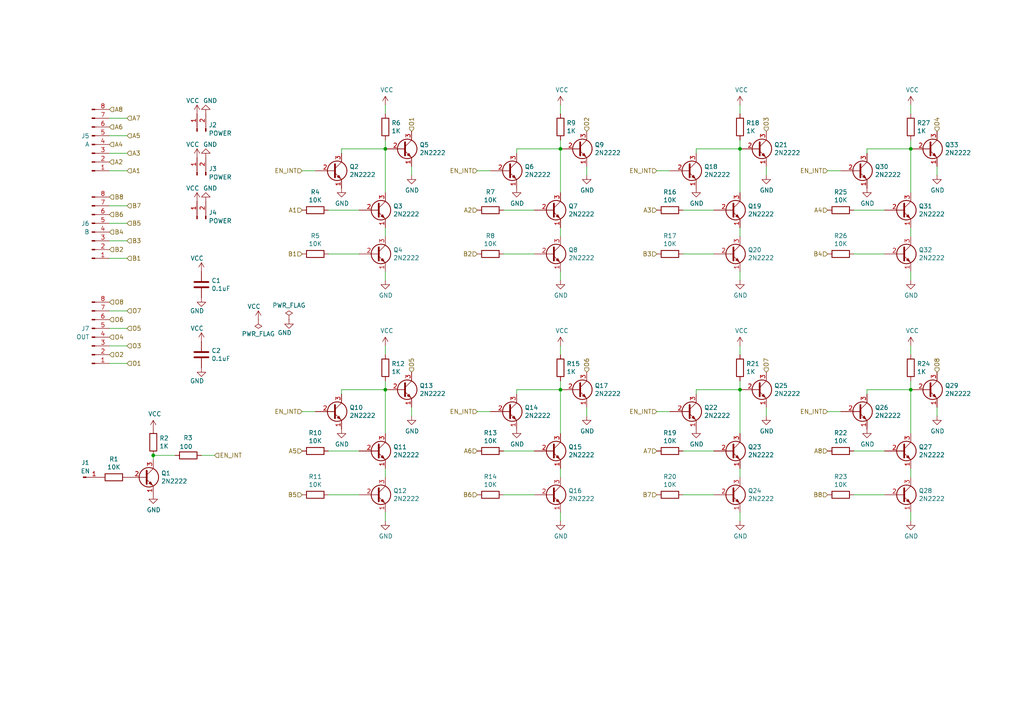
<source format=kicad_sch>
(kicad_sch (version 20230121) (generator eeschema)
  (paper "A4")
  (title_block (title "8-bit AND with Bus Output") (date "2023-08-27") (rev "1"))
  (lib_symbols
    (symbol "2n2222:2N2222" (pin_names (offset 0) hide)
      (property "Reference" "Q" (at 5.08 1.905 0))
      (property "Value" "2N2222" (at 5.08 0 0))
      (symbol "2N2222_0_1"
        (polyline (pts (xy 0.635 0.635) (xy 2.54 2.54)))
        (polyline (pts (xy 0.635 -0.635) (xy 2.54 -2.54) (xy 2.54 -2.54)))
        (polyline (pts (xy 0.635 1.905) (xy 0.635 -1.905) (xy 0.635 -1.905)) (stroke (width 0.508)))
        (polyline (pts (xy 1.27 -1.778) (xy 1.778 -1.27) (xy 2.286 -2.286) (xy 1.27 -1.778) (xy 1.27 -1.778)) (fill (type outline)))
        (circle (center 1.27 0) (radius 2.8194) (stroke (width 0.254)))
      )
      (symbol "2N2222_1_1"
        (pin passive line (at 2.54 -5.08 90) (length 2.54) (name "E") (number "1"))
        (pin passive line (at -5.08 0 0) (length 5.715) (name "B") (number "2"))
        (pin passive line (at 2.54 5.08 270) (length 2.54) (name "C") (number "3"))
      )
    )
    (symbol "Connector:Conn_01x01_Pin" (pin_names (offset 1.016) hide)
      (property "Reference" "J" (at 0 2.54 0))
      (property "Value" "Conn_01x01_Pin" (at 0 -2.54 0))
      (symbol "Conn_01x01_Pin_1_1"
        (polyline (pts (xy 1.27 0) (xy 0.8636 0)) (stroke (width 0.1524)))
        (rectangle (start 0.8636 0.127) (end 0 -0.127) (stroke (width 0.1524)) (fill (type outline)))
        (pin passive line (at 5.08 0 180) (length 3.81) (name "Pin_1") (number "1"))
      )
    )
    (symbol "Connector:Conn_01x02_Pin" (pin_names (offset 1.016) hide)
      (property "Reference" "J" (at 0 2.54 0))
      (property "Value" "Conn_01x02_Pin" (at 0 -5.08 0))
      (symbol "Conn_01x02_Pin_1_1"
        (polyline (pts (xy 1.27 -2.54) (xy 0.8636 -2.54)) (stroke (width 0.1524)))
        (polyline (pts (xy 1.27 0) (xy 0.8636 0)) (stroke (width 0.1524)))
        (rectangle (start 0.8636 -2.413) (end 0 -2.667) (stroke (width 0.1524)) (fill (type outline)))
        (rectangle (start 0.8636 0.127) (end 0 -0.127) (stroke (width 0.1524)) (fill (type outline)))
        (pin passive line (at 5.08 0 180) (length 3.81) (name "Pin_1") (number "1"))
        (pin passive line (at 5.08 -2.54 180) (length 3.81) (name "Pin_2") (number "2"))
      )
    )
    (symbol "Connector:Conn_01x08_Pin" (pin_names (offset 1.016) hide)
      (property "Reference" "J" (at 0 10.16 0))
      (property "Value" "Conn_01x08_Pin" (at 0 -12.7 0))
      (symbol "Conn_01x08_Pin_1_1"
        (polyline (pts (xy 1.27 -10.16) (xy 0.8636 -10.16)) (stroke (width 0.1524)))
        (polyline (pts (xy 1.27 -7.62) (xy 0.8636 -7.62)) (stroke (width 0.1524)))
        (polyline (pts (xy 1.27 -5.08) (xy 0.8636 -5.08)) (stroke (width 0.1524)))
        (polyline (pts (xy 1.27 -2.54) (xy 0.8636 -2.54)) (stroke (width 0.1524)))
        (polyline (pts (xy 1.27 0) (xy 0.8636 0)) (stroke (width 0.1524)))
        (polyline (pts (xy 1.27 2.54) (xy 0.8636 2.54)) (stroke (width 0.1524)))
        (polyline (pts (xy 1.27 5.08) (xy 0.8636 5.08)) (stroke (width 0.1524)))
        (polyline (pts (xy 1.27 7.62) (xy 0.8636 7.62)) (stroke (width 0.1524)))
        (rectangle (start 0.8636 -10.033) (end 0 -10.287) (stroke (width 0.1524)) (fill (type outline)))
        (rectangle (start 0.8636 -7.493) (end 0 -7.747) (stroke (width 0.1524)) (fill (type outline)))
        (rectangle (start 0.8636 -4.953) (end 0 -5.207) (stroke (width 0.1524)) (fill (type outline)))
        (rectangle (start 0.8636 -2.413) (end 0 -2.667) (stroke (width 0.1524)) (fill (type outline)))
        (rectangle (start 0.8636 0.127) (end 0 -0.127) (stroke (width 0.1524)) (fill (type outline)))
        (rectangle (start 0.8636 2.667) (end 0 2.413) (stroke (width 0.1524)) (fill (type outline)))
        (rectangle (start 0.8636 5.207) (end 0 4.953) (stroke (width 0.1524)) (fill (type outline)))
        (rectangle (start 0.8636 7.747) (end 0 7.493) (stroke (width 0.1524)) (fill (type outline)))
        (pin passive line (at 5.08 7.62 180) (length 3.81) (name "Pin_1") (number "1"))
        (pin passive line (at 5.08 5.08 180) (length 3.81) (name "Pin_2") (number "2"))
        (pin passive line (at 5.08 2.54 180) (length 3.81) (name "Pin_3") (number "3"))
        (pin passive line (at 5.08 0 180) (length 3.81) (name "Pin_4") (number "4"))
        (pin passive line (at 5.08 -2.54 180) (length 3.81) (name "Pin_5") (number "5"))
        (pin passive line (at 5.08 -5.08 180) (length 3.81) (name "Pin_6") (number "6"))
        (pin passive line (at 5.08 -7.62 180) (length 3.81) (name "Pin_7") (number "7"))
        (pin passive line (at 5.08 -10.16 180) (length 3.81) (name "Pin_8") (number "8"))
      )
    )
    (symbol "Device:C" (pin_numbers hide) (pin_names (offset 0.254))
      (property "Reference" "C" (at 0.635 2.54 0))
      (property "Value" "C" (at 0.635 -2.54 0))
      (symbol "C_0_1"
        (polyline (pts (xy -2.032 -0.762) (xy 2.032 -0.762)) (stroke (width 0.508)))
        (polyline (pts (xy -2.032 0.762) (xy 2.032 0.762)) (stroke (width 0.508)))
      )
      (symbol "C_1_1"
        (pin passive line (at 0 3.81 270) (length 2.794) (name "~") (number "1"))
        (pin passive line (at 0 -3.81 90) (length 2.794) (name "~") (number "2"))
      )
    )
    (symbol "Device:R" (pin_numbers hide) (pin_names (offset 0))
      (property "Reference" "R" (at 2.032 0 90))
      (property "Value" "R" (at 0 0 90))
      (symbol "R_0_1"
        (rectangle (start -1.016 -2.54) (end 1.016 2.54) (stroke (width 0.254)))
      )
      (symbol "R_1_1"
        (pin passive line (at 0 3.81 270) (length 1.27) (name "~") (number "1"))
        (pin passive line (at 0 -3.81 90) (length 1.27) (name "~") (number "2"))
      )
    )
    (symbol "power:GND" (power) (pin_names (offset 0))
      (property "Value" "GND" (at 0 -3.81 0))
      (symbol "GND_0_1"
        (polyline (pts (xy 0 0) (xy 0 -1.27) (xy 1.27 -1.27) (xy 0 -2.54) (xy -1.27 -1.27) (xy 0 -1.27)))
      )
      (symbol "GND_1_1"
        (pin power_in line (at 0 0 270) (length 0) hide (name "GND") (number "1"))
      )
    )
    (symbol "power:PWR_FLAG" (power) (pin_numbers hide) (pin_names (offset 0) hide)
      (property "Value" "PWR_FLAG" (at 0 3.81 0))
      (symbol "PWR_FLAG_0_0"
        (pin power_out line (at 0 0 90) (length 0) (name "pwr") (number "1"))
      )
      (symbol "PWR_FLAG_0_1"
        (polyline (pts (xy 0 0) (xy 0 1.27) (xy -1.016 1.905) (xy 0 2.54) (xy 1.016 1.905) (xy 0 1.27)))
      )
    )
    (symbol "power:VCC" (power) (pin_names (offset 0))
      (property "Value" "VCC" (at 0 3.81 0))
      (symbol "VCC_0_1"
        (polyline (pts (xy -0.762 1.27) (xy 0 2.54)))
        (polyline (pts (xy 0 0) (xy 0 2.54)))
        (polyline (pts (xy 0 2.54) (xy 0.762 1.27)))
      )
      (symbol "VCC_1_1"
        (pin power_in line (at 0 0 90) (length 0) hide (name "VCC") (number "1"))
      )
    )
  )
  (junction (at 214.63 43.18))
  (junction (at 264.16 113.03))
  (junction (at 162.56 113.03))
  (junction (at 111.76 43.18))
  (junction (at 44.45 132.08))
  (junction (at 214.63 113.03))
  (junction (at 162.56 43.18))
  (junction (at 111.76 113.03))
  (junction (at 264.16 43.18))
  (wire (pts (xy 190.5 119.38) (xy 194.31 119.38)))
  (wire (pts (xy 271.78 118.11) (xy 271.78 120.65)))
  (wire (pts (xy 271.78 48.26) (xy 271.78 50.8)))
  (wire (pts (xy 264.16 40.64) (xy 264.16 43.18)))
  (wire (pts (xy 99.06 43.18) (xy 99.06 44.45)))
  (wire (pts (xy 31.75 49.53) (xy 36.83 49.53)))
  (wire (pts (xy 162.56 30.48) (xy 162.56 33.02)))
  (wire (pts (xy 264.16 148.59) (xy 264.16 151.13)))
  (wire (pts (xy 119.38 118.11) (xy 119.38 120.65)))
  (wire (pts (xy 198.12 143.51) (xy 207.01 143.51)))
  (wire (pts (xy 58.42 132.08) (xy 62.23 132.08)))
  (wire (pts (xy 111.76 100.33) (xy 111.76 102.87)))
  (wire (pts (xy 264.16 30.48) (xy 264.16 33.02)))
  (wire (pts (xy 162.56 78.74) (xy 162.56 81.28)))
  (wire (pts (xy 264.16 66.04) (xy 264.16 68.58)))
  (wire (pts (xy 31.75 34.29) (xy 36.83 34.29)))
  (wire (pts (xy 111.76 113.03) (xy 99.06 113.03)))
  (wire (pts (xy 95.25 143.51) (xy 104.14 143.51)))
  (wire (pts (xy 44.45 133.35) (xy 44.45 132.08)))
  (wire (pts (xy 162.56 43.18) (xy 162.56 55.88)))
  (wire (pts (xy 264.16 113.03) (xy 251.46 113.03)))
  (wire (pts (xy 222.25 48.26) (xy 222.25 50.8)))
  (wire (pts (xy 138.43 49.53) (xy 142.24 49.53)))
  (wire (pts (xy 111.76 135.89) (xy 111.76 138.43)))
  (wire (pts (xy 264.16 135.89) (xy 264.16 138.43)))
  (wire (pts (xy 214.63 66.04) (xy 214.63 68.58)))
  (wire (pts (xy 162.56 113.03) (xy 162.56 125.73)))
  (wire (pts (xy 214.63 110.49) (xy 214.63 113.03)))
  (wire (pts (xy 31.75 64.77) (xy 36.83 64.77)))
  (wire (pts (xy 198.12 73.66) (xy 207.01 73.66)))
  (wire (pts (xy 162.56 40.64) (xy 162.56 43.18)))
  (wire (pts (xy 31.75 90.17) (xy 36.83 90.17)))
  (wire (pts (xy 31.75 44.45) (xy 36.83 44.45)))
  (wire (pts (xy 111.76 110.49) (xy 111.76 113.03)))
  (wire (pts (xy 214.63 78.74) (xy 214.63 81.28)))
  (wire (pts (xy 149.86 43.18) (xy 149.86 44.45)))
  (wire (pts (xy 111.76 43.18) (xy 99.06 43.18)))
  (wire (pts (xy 31.75 69.85) (xy 36.83 69.85)))
  (wire (pts (xy 111.76 30.48) (xy 111.76 33.02)))
  (wire (pts (xy 31.75 39.37) (xy 36.83 39.37)))
  (wire (pts (xy 214.63 100.33) (xy 214.63 102.87)))
  (wire (pts (xy 170.18 48.26) (xy 170.18 50.8)))
  (wire (pts (xy 119.38 48.26) (xy 119.38 50.8)))
  (wire (pts (xy 162.56 135.89) (xy 162.56 138.43)))
  (wire (pts (xy 162.56 113.03) (xy 149.86 113.03)))
  (wire (pts (xy 214.63 30.48) (xy 214.63 33.02)))
  (wire (pts (xy 264.16 110.49) (xy 264.16 113.03)))
  (wire (pts (xy 31.75 100.33) (xy 36.83 100.33)))
  (wire (pts (xy 146.05 73.66) (xy 154.94 73.66)))
  (wire (pts (xy 198.12 130.81) (xy 207.01 130.81)))
  (wire (pts (xy 146.05 130.81) (xy 154.94 130.81)))
  (wire (pts (xy 214.63 148.59) (xy 214.63 151.13)))
  (wire (pts (xy 214.63 135.89) (xy 214.63 138.43)))
  (wire (pts (xy 264.16 78.74) (xy 264.16 81.28)))
  (wire (pts (xy 214.63 113.03) (xy 201.93 113.03)))
  (wire (pts (xy 247.65 60.96) (xy 256.54 60.96)))
  (wire (pts (xy 162.56 43.18) (xy 149.86 43.18)))
  (wire (pts (xy 111.76 40.64) (xy 111.76 43.18)))
  (wire (pts (xy 264.16 100.33) (xy 264.16 102.87)))
  (wire (pts (xy 111.76 78.74) (xy 111.76 81.28)))
  (wire (pts (xy 111.76 148.59) (xy 111.76 151.13)))
  (wire (pts (xy 146.05 143.51) (xy 154.94 143.51)))
  (wire (pts (xy 214.63 43.18) (xy 214.63 55.88)))
  (wire (pts (xy 95.25 73.66) (xy 104.14 73.66)))
  (wire (pts (xy 247.65 130.81) (xy 256.54 130.81)))
  (wire (pts (xy 264.16 43.18) (xy 264.16 55.88)))
  (wire (pts (xy 138.43 119.38) (xy 142.24 119.38)))
  (wire (pts (xy 214.63 43.18) (xy 201.93 43.18)))
  (wire (pts (xy 251.46 113.03) (xy 251.46 114.3)))
  (wire (pts (xy 162.56 66.04) (xy 162.56 68.58)))
  (wire (pts (xy 201.93 113.03) (xy 201.93 114.3)))
  (wire (pts (xy 111.76 113.03) (xy 111.76 125.73)))
  (wire (pts (xy 162.56 100.33) (xy 162.56 102.87)))
  (wire (pts (xy 44.45 132.08) (xy 50.8 132.08)))
  (wire (pts (xy 264.16 43.18) (xy 251.46 43.18)))
  (wire (pts (xy 240.03 119.38) (xy 243.84 119.38)))
  (wire (pts (xy 240.03 49.53) (xy 243.84 49.53)))
  (wire (pts (xy 111.76 66.04) (xy 111.76 68.58)))
  (wire (pts (xy 214.63 113.03) (xy 214.63 125.73)))
  (wire (pts (xy 31.75 59.69) (xy 36.83 59.69)))
  (wire (pts (xy 87.63 49.53) (xy 91.44 49.53)))
  (wire (pts (xy 111.76 43.18) (xy 111.76 55.88)))
  (wire (pts (xy 190.5 49.53) (xy 194.31 49.53)))
  (wire (pts (xy 31.75 74.93) (xy 36.83 74.93)))
  (wire (pts (xy 31.75 105.41) (xy 36.83 105.41)))
  (wire (pts (xy 95.25 130.81) (xy 104.14 130.81)))
  (wire (pts (xy 214.63 40.64) (xy 214.63 43.18)))
  (wire (pts (xy 95.25 60.96) (xy 104.14 60.96)))
  (wire (pts (xy 149.86 113.03) (xy 149.86 114.3)))
  (wire (pts (xy 222.25 118.11) (xy 222.25 120.65)))
  (wire (pts (xy 99.06 113.03) (xy 99.06 114.3)))
  (wire (pts (xy 251.46 43.18) (xy 251.46 44.45)))
  (wire (pts (xy 247.65 73.66) (xy 256.54 73.66)))
  (wire (pts (xy 87.63 119.38) (xy 91.44 119.38)))
  (wire (pts (xy 162.56 110.49) (xy 162.56 113.03)))
  (wire (pts (xy 247.65 143.51) (xy 256.54 143.51)))
  (wire (pts (xy 170.18 118.11) (xy 170.18 120.65)))
  (wire (pts (xy 31.75 95.25) (xy 36.83 95.25)))
  (wire (pts (xy 198.12 60.96) (xy 207.01 60.96)))
  (wire (pts (xy 264.16 113.03) (xy 264.16 125.73)))
  (wire (pts (xy 201.93 43.18) (xy 201.93 44.45)))
  (wire (pts (xy 162.56 148.59) (xy 162.56 151.13)))
  (wire (pts (xy 146.05 60.96) (xy 154.94 60.96)))
  (hierarchical_label "B5" (shape input) (at 36.83 64.77 0))
  (hierarchical_label "B4" (shape input) (at 240.03 73.66 180))
  (hierarchical_label "B5" (shape input) (at 87.63 143.51 180))
  (hierarchical_label "O4" (shape input) (at 271.78 38.1 90))
  (hierarchical_label "B1" (shape input) (at 87.63 73.66 180))
  (hierarchical_label "O1" (shape input) (at 119.38 38.1 90))
  (hierarchical_label "B2" (shape input) (at 138.43 73.66 180))
  (hierarchical_label "O7" (shape input) (at 222.25 107.95 90))
  (hierarchical_label "A7" (shape input) (at 36.83 34.29 0))
  (hierarchical_label "A7" (shape input) (at 190.5 130.81 180))
  (hierarchical_label "B8" (shape input) (at 31.75 57.15 0))
  (hierarchical_label "O4" (shape input) (at 31.75 97.79 0))
  (hierarchical_label "O5" (shape input) (at 36.83 95.25 0))
  (hierarchical_label "A2" (shape input) (at 31.75 46.99 0))
  (hierarchical_label "EN_INT" (shape input) (at 240.03 49.53 180))
  (hierarchical_label "A1" (shape input) (at 87.63 60.96 180))
  (hierarchical_label "EN_INT" (shape input) (at 240.03 119.38 180))
  (hierarchical_label "O2" (shape input) (at 31.75 102.87 0))
  (hierarchical_label "EN_INT" (shape input) (at 138.43 49.53 180))
  (hierarchical_label "O5" (shape input) (at 119.38 107.95 90))
  (hierarchical_label "O7" (shape input) (at 36.83 90.17 0))
  (hierarchical_label "EN_INT" (shape input) (at 87.63 49.53 180))
  (hierarchical_label "B6" (shape input) (at 31.75 62.23 0))
  (hierarchical_label "A8" (shape input) (at 31.75 31.75 0))
  (hierarchical_label "A6" (shape input) (at 31.75 36.83 0))
  (hierarchical_label "A3" (shape input) (at 36.83 44.45 0))
  (hierarchical_label "A3" (shape input) (at 190.5 60.96 180))
  (hierarchical_label "B4" (shape input) (at 31.75 67.31 0))
  (hierarchical_label "A5" (shape input) (at 87.63 130.81 180))
  (hierarchical_label "B7" (shape input) (at 190.5 143.51 180))
  (hierarchical_label "A1" (shape input) (at 36.83 49.53 0))
  (hierarchical_label "B3" (shape input) (at 36.83 69.85 0))
  (hierarchical_label "O8" (shape input) (at 31.75 87.63 0))
  (hierarchical_label "O8" (shape input) (at 271.78 107.95 90))
  (hierarchical_label "EN_INT" (shape input) (at 87.63 119.38 180))
  (hierarchical_label "O6" (shape input) (at 170.18 107.95 90))
  (hierarchical_label "EN_INT" (shape input) (at 62.23 132.08 0))
  (hierarchical_label "B2" (shape input) (at 31.75 72.39 0))
  (hierarchical_label "B3" (shape input) (at 190.5 73.66 180))
  (hierarchical_label "EN_INT" (shape input) (at 190.5 119.38 180))
  (hierarchical_label "A4" (shape input) (at 31.75 41.91 0))
  (hierarchical_label "B7" (shape input) (at 36.83 59.69 0))
  (hierarchical_label "B6" (shape input) (at 138.43 143.51 180))
  (hierarchical_label "EN_INT" (shape input) (at 190.5 49.53 180))
  (hierarchical_label "A2" (shape input) (at 138.43 60.96 180))
  (hierarchical_label "O2" (shape input) (at 170.18 38.1 90))
  (hierarchical_label "A5" (shape input) (at 36.83 39.37 0))
  (hierarchical_label "B1" (shape input) (at 36.83 74.93 0))
  (hierarchical_label "A8" (shape input) (at 240.03 130.81 180))
  (hierarchical_label "O3" (shape input) (at 36.83 100.33 0))
  (hierarchical_label "O3" (shape input) (at 222.25 38.1 90))
  (hierarchical_label "A4" (shape input) (at 240.03 60.96 180))
  (hierarchical_label "B8" (shape input) (at 240.03 143.51 180))
  (hierarchical_label "A6" (shape input) (at 138.43 130.81 180))
  (hierarchical_label "EN_INT" (shape input) (at 138.43 119.38 180))
  (hierarchical_label "O1" (shape input) (at 36.83 105.41 0))
  (hierarchical_label "O6" (shape input) (at 31.75 92.71 0))
  (symbol (lib_id "2n2222:2N2222") (at 199.39 49.53 0) (unit 1)
    (property "Reference" "Q18" (at 204.216 48.3616 0) (effects (justify left)))
    (property "Value" "2N2222" (at 204.216 50.673 0) (effects (justify left)))
    (property "Footprint" "Package_TO_SOT_THT:TO-92_Inline" (effects hide))
    (property "Datasheet" "https://www.fairchildsemi.com/datasheets/2N/2N3904.pdf" (effects hide))
  )
  (symbol (lib_id "Device:R") (at 142.24 60.96 270) (unit 1)
    (property "Reference" "R7" (at 142.24 55.7022 90))
    (property "Value" "10K" (at 142.24 58.0136 90))
    (property "Footprint" "Resistor_THT:R_Axial_DIN0309_L9.0mm_D3.2mm_P12.70mm_Horizontal" (effects hide))
  )
  (symbol (lib_id "power:VCC") (at 58.42 99.06 0) (unit 1)
    (property "Reference" "#PWR043" (effects hide))
    (property "Value" "VCC" (at 57.15 95.25 0))
  )
  (symbol (lib_id "power:VCC") (at 57.15 33.02 0) (unit 1)
    (property "Reference" "#PWR03" (effects hide))
    (property "Value" "VCC" (at 55.88 29.21 0))
  )
  (symbol (lib_id "Device:R") (at 91.44 60.96 270) (unit 1)
    (property "Reference" "R4" (at 91.44 55.7022 90))
    (property "Value" "10K" (at 91.44 58.0136 90))
    (property "Footprint" "Resistor_THT:R_Axial_DIN0309_L9.0mm_D3.2mm_P12.70mm_Horizontal" (effects hide))
  )
  (symbol (lib_id "power:VCC") (at 214.63 30.48 0) (unit 1)
    (property "Reference" "#PWR028" (effects hide))
    (property "Value" "VCC" (at 215.0618 26.0858 0))
  )
  (symbol (lib_id "Device:R") (at 194.31 130.81 270) (unit 1)
    (property "Reference" "R19" (at 194.31 125.5522 90))
    (property "Value" "10K" (at 194.31 127.8636 90))
    (property "Footprint" "Resistor_THT:R_Axial_DIN0309_L9.0mm_D3.2mm_P12.70mm_Horizontal" (effects hide))
  )
  (symbol (lib_id "Device:R") (at 162.56 36.83 180) (unit 1)
    (property "Reference" "R9" (at 164.338 35.6616 0) (effects (justify right)))
    (property "Value" "1K" (at 164.338 37.973 0) (effects (justify right)))
    (property "Footprint" "Resistor_THT:R_Axial_DIN0309_L9.0mm_D3.2mm_P12.70mm_Horizontal" (effects hide))
  )
  (symbol (lib_id "2n2222:2N2222") (at 109.22 73.66 0) (unit 1)
    (property "Reference" "Q4" (at 114.046 72.4916 0) (effects (justify left)))
    (property "Value" "2N2222" (at 114.046 74.803 0) (effects (justify left)))
    (property "Footprint" "Package_TO_SOT_THT:TO-92_Inline" (effects hide))
    (property "Datasheet" "https://www.fairchildsemi.com/datasheets/2N/2N3904.pdf" (effects hide))
  )
  (symbol (lib_id "power:GND") (at 201.93 54.61 0) (unit 1)
    (property "Reference" "#PWR027" (effects hide))
    (property "Value" "GND" (at 202.057 59.0042 0))
  )
  (symbol (lib_id "2n2222:2N2222") (at 212.09 60.96 0) (unit 1)
    (property "Reference" "Q19" (at 216.916 59.7916 0) (effects (justify left)))
    (property "Value" "2N2222" (at 216.916 62.103 0) (effects (justify left)))
    (property "Footprint" "Package_TO_SOT_THT:TO-92_Inline" (effects hide))
    (property "Datasheet" "https://www.fairchildsemi.com/datasheets/2N/2N3904.pdf" (effects hide))
  )
  (symbol (lib_id "2n2222:2N2222") (at 109.22 130.81 0) (unit 1)
    (property "Reference" "Q11" (at 114.046 129.6416 0) (effects (justify left)))
    (property "Value" "2N2222" (at 114.046 131.953 0) (effects (justify left)))
    (property "Footprint" "Package_TO_SOT_THT:TO-92_Inline" (effects hide))
    (property "Datasheet" "https://www.fairchildsemi.com/datasheets/2N/2N3904.pdf" (effects hide))
  )
  (symbol (lib_id "Device:R") (at 264.16 106.68 180) (unit 1)
    (property "Reference" "R24" (at 265.938 105.5116 0) (effects (justify right)))
    (property "Value" "1K" (at 265.938 107.823 0) (effects (justify right)))
    (property "Footprint" "Resistor_THT:R_Axial_DIN0309_L9.0mm_D3.2mm_P12.70mm_Horizontal" (effects hide))
  )
  (symbol (lib_id "power:GND") (at 170.18 50.8 0) (unit 1)
    (property "Reference" "#PWR018" (effects hide))
    (property "Value" "GND" (at 170.307 55.1942 0))
  )
  (symbol (lib_id "2n2222:2N2222") (at 160.02 60.96 0) (unit 1)
    (property "Reference" "Q7" (at 164.846 59.7916 0) (effects (justify left)))
    (property "Value" "2N2222" (at 164.846 62.103 0) (effects (justify left)))
    (property "Footprint" "Package_TO_SOT_THT:TO-92_Inline" (effects hide))
    (property "Datasheet" "https://www.fairchildsemi.com/datasheets/2N/2N3904.pdf" (effects hide))
  )
  (symbol (lib_id "Device:R") (at 142.24 73.66 270) (unit 1)
    (property "Reference" "R8" (at 142.24 68.4022 90))
    (property "Value" "10K" (at 142.24 70.7136 90))
    (property "Footprint" "Resistor_THT:R_Axial_DIN0309_L9.0mm_D3.2mm_P12.70mm_Horizontal" (effects hide))
  )
  (symbol (lib_id "Connector:Conn_01x08_Pin") (at 26.67 67.31 0) (mirror x) (unit 1)
    (property "Reference" "J6" (at 25.9588 64.8279 0) (effects (justify right)))
    (property "Value" "B" (at 25.9588 67.2521 0) (effects (justify right)))
    (property "Footprint" "Connector_PinHeader_2.54mm:PinHeader_1x08_P2.54mm_Vertical" (effects hide))
  )
  (symbol (lib_id "power:GND") (at 162.56 151.13 0) (unit 1)
    (property "Reference" "#PWR025" (effects hide))
    (property "Value" "GND" (at 162.687 155.5242 0))
  )
  (symbol (lib_id "power:GND") (at 271.78 120.65 0) (unit 1)
    (property "Reference" "#PWR038" (effects hide))
    (property "Value" "GND" (at 271.907 125.0442 0))
  )
  (symbol (lib_id "2n2222:2N2222") (at 199.39 119.38 0) (unit 1)
    (property "Reference" "Q22" (at 204.216 118.2116 0) (effects (justify left)))
    (property "Value" "2N2222" (at 204.216 120.523 0) (effects (justify left)))
    (property "Footprint" "Package_TO_SOT_THT:TO-92_Inline" (effects hide))
    (property "Datasheet" "https://www.fairchildsemi.com/datasheets/2N/2N3904.pdf" (effects hide))
  )
  (symbol (lib_id "2n2222:2N2222") (at 147.32 119.38 0) (unit 1)
    (property "Reference" "Q14" (at 152.146 118.2116 0) (effects (justify left)))
    (property "Value" "2N2222" (at 152.146 120.523 0) (effects (justify left)))
    (property "Footprint" "Package_TO_SOT_THT:TO-92_Inline" (effects hide))
    (property "Datasheet" "https://www.fairchildsemi.com/datasheets/2N/2N3904.pdf" (effects hide))
  )
  (symbol (lib_id "2n2222:2N2222") (at 96.52 119.38 0) (unit 1)
    (property "Reference" "Q10" (at 101.346 118.2116 0) (effects (justify left)))
    (property "Value" "2N2222" (at 101.346 120.523 0) (effects (justify left)))
    (property "Footprint" "Package_TO_SOT_THT:TO-92_Inline" (effects hide))
    (property "Datasheet" "https://www.fairchildsemi.com/datasheets/2N/2N3904.pdf" (effects hide))
  )
  (symbol (lib_id "power:VCC") (at 111.76 30.48 0) (unit 1)
    (property "Reference" "#PWR012" (effects hide))
    (property "Value" "VCC" (at 112.1918 26.0858 0))
  )
  (symbol (lib_id "power:VCC") (at 162.56 100.33 0) (unit 1)
    (property "Reference" "#PWR024" (effects hide))
    (property "Value" "VCC" (at 162.9918 95.9358 0))
  )
  (symbol (lib_id "Device:C") (at 58.42 82.55 0) (unit 1)
    (property "Reference" "C1" (at 61.341 81.3816 0) (effects (justify left)))
    (property "Value" "0.1uF" (at 61.341 83.693 0) (effects (justify left)))
    (property "Footprint" "Capacitor_THT:C_Disc_D4.3mm_W1.9mm_P5.00mm" (effects hide))
  )
  (symbol (lib_id "Device:R") (at 264.16 36.83 180) (unit 1)
    (property "Reference" "R27" (at 265.938 35.6616 0) (effects (justify right)))
    (property "Value" "1K" (at 265.938 37.973 0) (effects (justify right)))
    (property "Footprint" "Resistor_THT:R_Axial_DIN0309_L9.0mm_D3.2mm_P12.70mm_Horizontal" (effects hide))
  )
  (symbol (lib_id "Connector:Conn_01x02_Pin") (at 57.15 63.5 90) (unit 1)
    (property "Reference" "J4" (at 60.5282 61.6529 90) (effects (justify right)))
    (property "Value" "POWER" (at 60.5282 64.0771 90) (effects (justify right)))
    (property "Footprint" "Connector_PinHeader_2.54mm:PinHeader_1x02_P2.54mm_Vertical" (effects hide))
  )
  (symbol (lib_id "Device:R") (at 91.44 73.66 270) (unit 1)
    (property "Reference" "R5" (at 91.44 68.4022 90))
    (property "Value" "10K" (at 91.44 70.7136 90))
    (property "Footprint" "Resistor_THT:R_Axial_DIN0309_L9.0mm_D3.2mm_P12.70mm_Horizontal" (effects hide))
  )
  (symbol (lib_id "power:GND") (at 119.38 50.8 0) (unit 1)
    (property "Reference" "#PWR014" (effects hide))
    (property "Value" "GND" (at 119.507 55.1942 0))
  )
  (symbol (lib_id "power:GND") (at 214.63 151.13 0) (unit 1)
    (property "Reference" "#PWR033" (effects hide))
    (property "Value" "GND" (at 214.757 155.5242 0))
  )
  (symbol (lib_id "power:GND") (at 149.86 124.46 0) (unit 1)
    (property "Reference" "#PWR023" (effects hide))
    (property "Value" "GND" (at 149.987 128.8542 0))
  )
  (symbol (lib_id "Device:R") (at 54.61 132.08 270) (unit 1)
    (property "Reference" "R3" (at 55.88 127 90) (effects (justify right)))
    (property "Value" "100" (at 55.88 129.54 90) (effects (justify right)))
    (property "Footprint" "Resistor_THT:R_Axial_DIN0309_L9.0mm_D3.2mm_P12.70mm_Horizontal" (effects hide))
  )
  (symbol (lib_id "power:VCC") (at 44.45 124.46 0) (unit 1)
    (property "Reference" "#PWR01" (effects hide))
    (property "Value" "VCC" (at 44.8818 120.0658 0))
  )
  (symbol (lib_id "2n2222:2N2222") (at 160.02 130.81 0) (unit 1)
    (property "Reference" "Q15" (at 164.846 129.6416 0) (effects (justify left)))
    (property "Value" "2N2222" (at 164.846 131.953 0) (effects (justify left)))
    (property "Footprint" "Package_TO_SOT_THT:TO-92_Inline" (effects hide))
    (property "Datasheet" "https://www.fairchildsemi.com/datasheets/2N/2N3904.pdf" (effects hide))
  )
  (symbol (lib_id "2n2222:2N2222") (at 160.02 143.51 0) (unit 1)
    (property "Reference" "Q16" (at 164.846 142.3416 0) (effects (justify left)))
    (property "Value" "2N2222" (at 164.846 144.653 0) (effects (justify left)))
    (property "Footprint" "Package_TO_SOT_THT:TO-92_Inline" (effects hide))
    (property "Datasheet" "https://www.fairchildsemi.com/datasheets/2N/2N3904.pdf" (effects hide))
  )
  (symbol (lib_id "Device:R") (at 162.56 106.68 180) (unit 1)
    (property "Reference" "R15" (at 164.338 105.5116 0) (effects (justify right)))
    (property "Value" "1K" (at 164.338 107.823 0) (effects (justify right)))
    (property "Footprint" "Resistor_THT:R_Axial_DIN0309_L9.0mm_D3.2mm_P12.70mm_Horizontal" (effects hide))
  )
  (symbol (lib_id "2n2222:2N2222") (at 269.24 113.03 0) (unit 1)
    (property "Reference" "Q29" (at 274.066 111.8616 0) (effects (justify left)))
    (property "Value" "2N2222" (at 274.066 114.173 0) (effects (justify left)))
    (property "Footprint" "Package_TO_SOT_THT:TO-92_Inline" (effects hide))
    (property "Datasheet" "https://www.fairchildsemi.com/datasheets/2N/2N3904.pdf" (effects hide))
  )
  (symbol (lib_id "2n2222:2N2222") (at 261.62 73.66 0) (unit 1)
    (property "Reference" "Q32" (at 266.446 72.4916 0) (effects (justify left)))
    (property "Value" "2N2222" (at 266.446 74.803 0) (effects (justify left)))
    (property "Footprint" "Package_TO_SOT_THT:TO-92_Inline" (effects hide))
    (property "Datasheet" "https://www.fairchildsemi.com/datasheets/2N/2N3904.pdf" (effects hide))
  )
  (symbol (lib_id "Device:R") (at 142.24 143.51 270) (unit 1)
    (property "Reference" "R14" (at 142.24 138.2522 90))
    (property "Value" "10K" (at 142.24 140.5636 90))
    (property "Footprint" "Resistor_THT:R_Axial_DIN0309_L9.0mm_D3.2mm_P12.70mm_Horizontal" (effects hide))
  )
  (symbol (lib_id "power:VCC") (at 264.16 30.48 0) (unit 1)
    (property "Reference" "#PWR040" (effects hide))
    (property "Value" "VCC" (at 264.5918 26.0858 0))
  )
  (symbol (lib_id "power:GND") (at 271.78 50.8 0) (unit 1)
    (property "Reference" "#PWR042" (effects hide))
    (property "Value" "GND" (at 271.907 55.1942 0))
  )
  (symbol (lib_id "Device:R") (at 111.76 36.83 180) (unit 1)
    (property "Reference" "R6" (at 113.538 35.6616 0) (effects (justify right)))
    (property "Value" "1K" (at 113.538 37.973 0) (effects (justify right)))
    (property "Footprint" "Resistor_THT:R_Axial_DIN0309_L9.0mm_D3.2mm_P12.70mm_Horizontal" (effects hide))
  )
  (symbol (lib_id "power:VCC") (at 214.63 100.33 0) (unit 1)
    (property "Reference" "#PWR032" (effects hide))
    (property "Value" "VCC" (at 215.0618 95.9358 0))
  )
  (symbol (lib_id "Device:R") (at 91.44 130.81 270) (unit 1)
    (property "Reference" "R10" (at 91.44 125.5522 90))
    (property "Value" "10K" (at 91.44 127.8636 90))
    (property "Footprint" "Resistor_THT:R_Axial_DIN0309_L9.0mm_D3.2mm_P12.70mm_Horizontal" (effects hide))
  )
  (symbol (lib_id "2n2222:2N2222") (at 167.64 113.03 0) (unit 1)
    (property "Reference" "Q17" (at 172.466 111.8616 0) (effects (justify left)))
    (property "Value" "2N2222" (at 172.466 114.173 0) (effects (justify left)))
    (property "Footprint" "Package_TO_SOT_THT:TO-92_Inline" (effects hide))
    (property "Datasheet" "https://www.fairchildsemi.com/datasheets/2N/2N3904.pdf" (effects hide))
  )
  (symbol (lib_id "power:GND") (at 111.76 151.13 0) (unit 1)
    (property "Reference" "#PWR021" (effects hide))
    (property "Value" "GND" (at 111.887 155.5242 0))
  )
  (symbol (lib_id "power:GND") (at 119.38 120.65 0) (unit 1)
    (property "Reference" "#PWR022" (effects hide))
    (property "Value" "GND" (at 119.507 125.0442 0))
  )
  (symbol (lib_id "2n2222:2N2222") (at 116.84 43.18 0) (unit 1)
    (property "Reference" "Q5" (at 121.666 42.0116 0) (effects (justify left)))
    (property "Value" "2N2222" (at 121.666 44.323 0) (effects (justify left)))
    (property "Footprint" "Package_TO_SOT_THT:TO-92_Inline" (effects hide))
    (property "Datasheet" "https://www.fairchildsemi.com/datasheets/2N/2N3904.pdf" (effects hide))
  )
  (symbol (lib_id "2n2222:2N2222") (at 248.92 49.53 0) (unit 1)
    (property "Reference" "Q30" (at 253.746 48.3616 0) (effects (justify left)))
    (property "Value" "2N2222" (at 253.746 50.673 0) (effects (justify left)))
    (property "Footprint" "Package_TO_SOT_THT:TO-92_Inline" (effects hide))
    (property "Datasheet" "https://www.fairchildsemi.com/datasheets/2N/2N3904.pdf" (effects hide))
  )
  (symbol (lib_id "power:GND") (at 251.46 124.46 0) (unit 1)
    (property "Reference" "#PWR035" (effects hide))
    (property "Value" "GND" (at 251.587 128.8542 0))
  )
  (symbol (lib_id "2n2222:2N2222") (at 147.32 49.53 0) (unit 1)
    (property "Reference" "Q6" (at 152.146 48.3616 0) (effects (justify left)))
    (property "Value" "2N2222" (at 152.146 50.673 0) (effects (justify left)))
    (property "Footprint" "Package_TO_SOT_THT:TO-92_Inline" (effects hide))
    (property "Datasheet" "https://www.fairchildsemi.com/datasheets/2N/2N3904.pdf" (effects hide))
  )
  (symbol (lib_id "2n2222:2N2222") (at 212.09 143.51 0) (unit 1)
    (property "Reference" "Q24" (at 216.916 142.3416 0) (effects (justify left)))
    (property "Value" "2N2222" (at 216.916 144.653 0) (effects (justify left)))
    (property "Footprint" "Package_TO_SOT_THT:TO-92_Inline" (effects hide))
    (property "Datasheet" "https://www.fairchildsemi.com/datasheets/2N/2N3904.pdf" (effects hide))
  )
  (symbol (lib_id "power:GND") (at 214.63 81.28 0) (unit 1)
    (property "Reference" "#PWR029" (effects hide))
    (property "Value" "GND" (at 214.757 85.6742 0))
  )
  (symbol (lib_id "2n2222:2N2222") (at 219.71 43.18 0) (unit 1)
    (property "Reference" "Q21" (at 224.536 42.0116 0) (effects (justify left)))
    (property "Value" "2N2222" (at 224.536 44.323 0) (effects (justify left)))
    (property "Footprint" "Package_TO_SOT_THT:TO-92_Inline" (effects hide))
    (property "Datasheet" "https://www.fairchildsemi.com/datasheets/2N/2N3904.pdf" (effects hide))
  )
  (symbol (lib_id "2n2222:2N2222") (at 212.09 130.81 0) (unit 1)
    (property "Reference" "Q23" (at 216.916 129.6416 0) (effects (justify left)))
    (property "Value" "2N2222" (at 216.916 131.953 0) (effects (justify left)))
    (property "Footprint" "Package_TO_SOT_THT:TO-92_Inline" (effects hide))
    (property "Datasheet" "https://www.fairchildsemi.com/datasheets/2N/2N3904.pdf" (effects hide))
  )
  (symbol (lib_id "power:GND") (at 99.06 124.46 0) (unit 1)
    (property "Reference" "#PWR019" (effects hide))
    (property "Value" "GND" (at 99.187 128.8542 0))
  )
  (symbol (lib_id "power:GND") (at 149.86 54.61 0) (unit 1)
    (property "Reference" "#PWR015" (effects hide))
    (property "Value" "GND" (at 149.987 59.0042 0))
  )
  (symbol (lib_id "power:GND") (at 170.18 120.65 0) (unit 1)
    (property "Reference" "#PWR026" (effects hide))
    (property "Value" "GND" (at 170.307 125.0442 0))
  )
  (symbol (lib_id "2n2222:2N2222") (at 109.22 60.96 0) (unit 1)
    (property "Reference" "Q3" (at 114.046 59.7916 0) (effects (justify left)))
    (property "Value" "2N2222" (at 114.046 62.103 0) (effects (justify left)))
    (property "Footprint" "Package_TO_SOT_THT:TO-92_Inline" (effects hide))
    (property "Datasheet" "https://www.fairchildsemi.com/datasheets/2N/2N3904.pdf" (effects hide))
  )
  (symbol (lib_id "Device:R") (at 194.31 60.96 270) (unit 1)
    (property "Reference" "R16" (at 194.31 55.7022 90))
    (property "Value" "10K" (at 194.31 58.0136 90))
    (property "Footprint" "Resistor_THT:R_Axial_DIN0309_L9.0mm_D3.2mm_P12.70mm_Horizontal" (effects hide))
  )
  (symbol (lib_id "Device:R") (at 142.24 130.81 270) (unit 1)
    (property "Reference" "R13" (at 142.24 125.5522 90))
    (property "Value" "10K" (at 142.24 127.8636 90))
    (property "Footprint" "Resistor_THT:R_Axial_DIN0309_L9.0mm_D3.2mm_P12.70mm_Horizontal" (effects hide))
  )
  (symbol (lib_id "Device:R") (at 243.84 143.51 270) (unit 1)
    (property "Reference" "R23" (at 243.84 138.2522 90))
    (property "Value" "10K" (at 243.84 140.5636 90))
    (property "Footprint" "Resistor_THT:R_Axial_DIN0309_L9.0mm_D3.2mm_P12.70mm_Horizontal" (effects hide))
  )
  (symbol (lib_id "Device:R") (at 243.84 60.96 270) (unit 1)
    (property "Reference" "R25" (at 243.84 55.7022 90))
    (property "Value" "10K" (at 243.84 58.0136 90))
    (property "Footprint" "Resistor_THT:R_Axial_DIN0309_L9.0mm_D3.2mm_P12.70mm_Horizontal" (effects hide))
  )
  (symbol (lib_id "power:GND") (at 99.06 54.61 0) (unit 1)
    (property "Reference" "#PWR011" (effects hide))
    (property "Value" "GND" (at 99.187 59.0042 0))
  )
  (symbol (lib_id "2n2222:2N2222") (at 109.22 143.51 0) (unit 1)
    (property "Reference" "Q12" (at 114.046 142.3416 0) (effects (justify left)))
    (property "Value" "2N2222" (at 114.046 144.653 0) (effects (justify left)))
    (property "Footprint" "Package_TO_SOT_THT:TO-92_Inline" (effects hide))
    (property "Datasheet" "https://www.fairchildsemi.com/datasheets/2N/2N3904.pdf" (effects hide))
  )
  (symbol (lib_id "Connector:Conn_01x02_Pin") (at 57.15 50.8 90) (unit 1)
    (property "Reference" "J3" (at 60.5282 48.9529 90) (effects (justify right)))
    (property "Value" "POWER" (at 60.5282 51.3771 90) (effects (justify right)))
    (property "Footprint" "Connector_PinHeader_2.54mm:PinHeader_1x02_P2.54mm_Vertical" (effects hide))
  )
  (symbol (lib_id "Device:R") (at 33.02 138.43 270) (unit 1)
    (property "Reference" "R1" (at 33.02 133.1722 90))
    (property "Value" "10K" (at 33.02 135.4836 90))
    (property "Footprint" "Resistor_THT:R_Axial_DIN0309_L9.0mm_D3.2mm_P12.70mm_Horizontal" (effects hide))
  )
  (symbol (lib_id "2n2222:2N2222") (at 248.92 119.38 0) (unit 1)
    (property "Reference" "Q26" (at 253.746 118.2116 0) (effects (justify left)))
    (property "Value" "2N2222" (at 253.746 120.523 0) (effects (justify left)))
    (property "Footprint" "Package_TO_SOT_THT:TO-92_Inline" (effects hide))
    (property "Datasheet" "https://www.fairchildsemi.com/datasheets/2N/2N3904.pdf" (effects hide))
  )
  (symbol (lib_id "power:VCC") (at 57.15 45.72 0) (unit 1)
    (property "Reference" "#PWR04" (effects hide))
    (property "Value" "VCC" (at 55.88 41.91 0))
  )
  (symbol (lib_id "power:GND") (at 59.69 58.42 180) (unit 1)
    (property "Reference" "#PWR010" (effects hide))
    (property "Value" "GND" (at 60.96 54.61 0))
  )
  (symbol (lib_id "2n2222:2N2222") (at 116.84 113.03 0) (unit 1)
    (property "Reference" "Q13" (at 121.666 111.8616 0) (effects (justify left)))
    (property "Value" "2N2222" (at 121.666 114.173 0) (effects (justify left)))
    (property "Footprint" "Package_TO_SOT_THT:TO-92_Inline" (effects hide))
    (property "Datasheet" "https://www.fairchildsemi.com/datasheets/2N/2N3904.pdf" (effects hide))
  )
  (symbol (lib_id "2n2222:2N2222") (at 219.71 113.03 0) (unit 1)
    (property "Reference" "Q25" (at 224.536 111.8616 0) (effects (justify left)))
    (property "Value" "2N2222" (at 224.536 114.173 0) (effects (justify left)))
    (property "Footprint" "Package_TO_SOT_THT:TO-92_Inline" (effects hide))
    (property "Datasheet" "https://www.fairchildsemi.com/datasheets/2N/2N3904.pdf" (effects hide))
  )
  (symbol (lib_id "Device:R") (at 243.84 73.66 270) (unit 1)
    (property "Reference" "R26" (at 243.84 68.4022 90))
    (property "Value" "10K" (at 243.84 70.7136 90))
    (property "Footprint" "Resistor_THT:R_Axial_DIN0309_L9.0mm_D3.2mm_P12.70mm_Horizontal" (effects hide))
  )
  (symbol (lib_id "power:GND") (at 264.16 81.28 0) (unit 1)
    (property "Reference" "#PWR041" (effects hide))
    (property "Value" "GND" (at 264.287 85.6742 0))
  )
  (symbol (lib_id "Connector:Conn_01x08_Pin") (at 26.67 41.91 0) (mirror x) (unit 1)
    (property "Reference" "J5" (at 25.9588 39.4279 0) (effects (justify right)))
    (property "Value" "A" (at 25.9588 41.8521 0) (effects (justify right)))
    (property "Footprint" "Connector_PinHeader_2.54mm:PinHeader_1x08_P2.54mm_Vertical" (effects hide))
  )
  (symbol (lib_id "Connector:Conn_01x01_Pin") (at 24.13 138.43 0) (unit 1)
    (property "Reference" "J1" (at 24.765 134.2095 0))
    (property "Value" "EN" (at 24.765 136.6337 0))
    (property "Footprint" "Connector_PinHeader_2.54mm:PinHeader_1x01_P2.54mm_Vertical" (effects hide))
  )
  (symbol (lib_id "power:VCC") (at 58.42 78.74 0) (unit 1)
    (property "Reference" "#PWR06" (effects hide))
    (property "Value" "VCC" (at 57.15 74.93 0))
  )
  (symbol (lib_id "power:GND") (at 251.46 54.61 0) (unit 1)
    (property "Reference" "#PWR039" (effects hide))
    (property "Value" "GND" (at 251.587 59.0042 0))
  )
  (symbol (lib_id "power:PWR_FLAG") (at 83.82 92.71 0) (unit 1)
    (property "Reference" "#FLG02" (effects hide))
    (property "Value" "PWR_FLAG" (at 83.82 88.5769 0))
  )
  (symbol (lib_id "Connector:Conn_01x08_Pin") (at 26.67 97.79 0) (mirror x) (unit 1)
    (property "Reference" "J7" (at 25.9588 95.3079 0) (effects (justify right)))
    (property "Value" "OUT" (at 25.9588 97.7321 0) (effects (justify right)))
    (property "Footprint" "Connector_PinHeader_2.54mm:PinHeader_1x08_P2.54mm_Vertical" (effects hide))
  )
  (symbol (lib_id "power:GND") (at 83.82 92.71 0) (unit 1)
    (property "Reference" "#PWR046" (effects hide))
    (property "Value" "GND" (at 82.55 96.52 0))
  )
  (symbol (lib_id "power:GND") (at 222.25 50.8 0) (unit 1)
    (property "Reference" "#PWR030" (effects hide))
    (property "Value" "GND" (at 222.377 55.1942 0))
  )
  (symbol (lib_id "power:GND") (at 201.93 124.46 0) (unit 1)
    (property "Reference" "#PWR031" (effects hide))
    (property "Value" "GND" (at 202.057 128.8542 0))
  )
  (symbol (lib_id "Device:R") (at 44.45 128.27 180) (unit 1)
    (property "Reference" "R2" (at 46.228 127.1016 0) (effects (justify right)))
    (property "Value" "1K" (at 46.228 129.413 0) (effects (justify right)))
    (property "Footprint" "Resistor_THT:R_Axial_DIN0309_L9.0mm_D3.2mm_P12.70mm_Horizontal" (effects hide))
  )
  (symbol (lib_id "2n2222:2N2222") (at 261.62 143.51 0) (unit 1)
    (property "Reference" "Q28" (at 266.446 142.3416 0) (effects (justify left)))
    (property "Value" "2N2222" (at 266.446 144.653 0) (effects (justify left)))
    (property "Footprint" "Package_TO_SOT_THT:TO-92_Inline" (effects hide))
    (property "Datasheet" "https://www.fairchildsemi.com/datasheets/2N/2N3904.pdf" (effects hide))
  )
  (symbol (lib_id "Connector:Conn_01x02_Pin") (at 57.15 38.1 90) (unit 1)
    (property "Reference" "J2" (at 60.5282 36.2529 90) (effects (justify right)))
    (property "Value" "POWER" (at 60.5282 38.6771 90) (effects (justify right)))
    (property "Footprint" "Connector_PinHeader_2.54mm:PinHeader_1x02_P2.54mm_Vertical" (effects hide))
  )
  (symbol (lib_id "power:VCC") (at 74.93 92.71 0) (unit 1)
    (property "Reference" "#PWR045" (effects hide))
    (property "Value" "VCC" (at 73.66 88.9 0))
  )
  (symbol (lib_id "Device:R") (at 243.84 130.81 270) (unit 1)
    (property "Reference" "R22" (at 243.84 125.5522 90))
    (property "Value" "10K" (at 243.84 127.8636 90))
    (property "Footprint" "Resistor_THT:R_Axial_DIN0309_L9.0mm_D3.2mm_P12.70mm_Horizontal" (effects hide))
  )
  (symbol (lib_id "power:VCC") (at 162.56 30.48 0) (unit 1)
    (property "Reference" "#PWR016" (effects hide))
    (property "Value" "VCC" (at 162.9918 26.0858 0))
  )
  (symbol (lib_id "Device:R") (at 214.63 106.68 180) (unit 1)
    (property "Reference" "R21" (at 216.408 105.5116 0) (effects (justify right)))
    (property "Value" "1K" (at 216.408 107.823 0) (effects (justify right)))
    (property "Footprint" "Resistor_THT:R_Axial_DIN0309_L9.0mm_D3.2mm_P12.70mm_Horizontal" (effects hide))
  )
  (symbol (lib_id "power:GND") (at 162.56 81.28 0) (unit 1)
    (property "Reference" "#PWR017" (effects hide))
    (property "Value" "GND" (at 162.687 85.6742 0))
  )
  (symbol (lib_id "power:GND") (at 59.69 45.72 180) (unit 1)
    (property "Reference" "#PWR09" (effects hide))
    (property "Value" "GND" (at 60.96 41.91 0))
  )
  (symbol (lib_id "power:GND") (at 264.16 151.13 0) (unit 1)
    (property "Reference" "#PWR037" (effects hide))
    (property "Value" "GND" (at 264.287 155.5242 0))
  )
  (symbol (lib_id "Device:R") (at 91.44 143.51 270) (unit 1)
    (property "Reference" "R11" (at 91.44 138.2522 90))
    (property "Value" "10K" (at 91.44 140.5636 90))
    (property "Footprint" "Resistor_THT:R_Axial_DIN0309_L9.0mm_D3.2mm_P12.70mm_Horizontal" (effects hide))
  )
  (symbol (lib_id "Device:R") (at 194.31 73.66 270) (unit 1)
    (property "Reference" "R17" (at 194.31 68.4022 90))
    (property "Value" "10K" (at 194.31 70.7136 90))
    (property "Footprint" "Resistor_THT:R_Axial_DIN0309_L9.0mm_D3.2mm_P12.70mm_Horizontal" (effects hide))
  )
  (symbol (lib_id "2n2222:2N2222") (at 212.09 73.66 0) (unit 1)
    (property "Reference" "Q20" (at 216.916 72.4916 0) (effects (justify left)))
    (property "Value" "2N2222" (at 216.916 74.803 0) (effects (justify left)))
    (property "Footprint" "Package_TO_SOT_THT:TO-92_Inline" (effects hide))
    (property "Datasheet" "https://www.fairchildsemi.com/datasheets/2N/2N3904.pdf" (effects hide))
  )
  (symbol (lib_id "power:GND") (at 222.25 120.65 0) (unit 1)
    (property "Reference" "#PWR034" (effects hide))
    (property "Value" "GND" (at 222.377 125.0442 0))
  )
  (symbol (lib_id "2n2222:2N2222") (at 160.02 73.66 0) (unit 1)
    (property "Reference" "Q8" (at 164.846 72.4916 0) (effects (justify left)))
    (property "Value" "2N2222" (at 164.846 74.803 0) (effects (justify left)))
    (property "Footprint" "Package_TO_SOT_THT:TO-92_Inline" (effects hide))
    (property "Datasheet" "https://www.fairchildsemi.com/datasheets/2N/2N3904.pdf" (effects hide))
  )
  (symbol (lib_id "2n2222:2N2222") (at 41.91 138.43 0) (unit 1)
    (property "Reference" "Q1" (at 46.736 137.2616 0) (effects (justify left)))
    (property "Value" "2N2222" (at 46.736 139.573 0) (effects (justify left)))
    (property "Footprint" "Package_TO_SOT_THT:TO-92_Inline" (effects hide))
    (property "Datasheet" "https://www.fairchildsemi.com/datasheets/2N/2N3904.pdf" (effects hide))
  )
  (symbol (lib_id "Device:R") (at 214.63 36.83 180) (unit 1)
    (property "Reference" "R18" (at 216.408 35.6616 0) (effects (justify right)))
    (property "Value" "1K" (at 216.408 37.973 0) (effects (justify right)))
    (property "Footprint" "Resistor_THT:R_Axial_DIN0309_L9.0mm_D3.2mm_P12.70mm_Horizontal" (effects hide))
  )
  (symbol (lib_id "2n2222:2N2222") (at 261.62 130.81 0) (unit 1)
    (property "Reference" "Q27" (at 266.446 129.6416 0) (effects (justify left)))
    (property "Value" "2N2222" (at 266.446 131.953 0) (effects (justify left)))
    (property "Footprint" "Package_TO_SOT_THT:TO-92_Inline" (effects hide))
    (property "Datasheet" "https://www.fairchildsemi.com/datasheets/2N/2N3904.pdf" (effects hide))
  )
  (symbol (lib_id "power:GND") (at 111.76 81.28 0) (unit 1)
    (property "Reference" "#PWR013" (effects hide))
    (property "Value" "GND" (at 111.887 85.6742 0))
  )
  (symbol (lib_id "2n2222:2N2222") (at 269.24 43.18 0) (unit 1)
    (property "Reference" "Q33" (at 274.066 42.0116 0) (effects (justify left)))
    (property "Value" "2N2222" (at 274.066 44.323 0) (effects (justify left)))
    (property "Footprint" "Package_TO_SOT_THT:TO-92_Inline" (effects hide))
    (property "Datasheet" "https://www.fairchildsemi.com/datasheets/2N/2N3904.pdf" (effects hide))
  )
  (symbol (lib_id "2n2222:2N2222") (at 261.62 60.96 0) (unit 1)
    (property "Reference" "Q31" (at 266.446 59.7916 0) (effects (justify left)))
    (property "Value" "2N2222" (at 266.446 62.103 0) (effects (justify left)))
    (property "Footprint" "Package_TO_SOT_THT:TO-92_Inline" (effects hide))
    (property "Datasheet" "https://www.fairchildsemi.com/datasheets/2N/2N3904.pdf" (effects hide))
  )
  (symbol (lib_id "power:VCC") (at 57.15 58.42 0) (unit 1)
    (property "Reference" "#PWR05" (effects hide))
    (property "Value" "VCC" (at 55.88 54.61 0))
  )
  (symbol (lib_id "power:GND") (at 44.45 143.51 0) (unit 1)
    (property "Reference" "#PWR02" (effects hide))
    (property "Value" "GND" (at 44.577 147.9042 0))
  )
  (symbol (lib_id "power:GND") (at 58.42 86.36 0) (unit 1)
    (property "Reference" "#PWR07" (effects hide))
    (property "Value" "GND" (at 57.15 90.17 0))
  )
  (symbol (lib_id "Device:R") (at 194.31 143.51 270) (unit 1)
    (property "Reference" "R20" (at 194.31 138.2522 90))
    (property "Value" "10K" (at 194.31 140.5636 90))
    (property "Footprint" "Resistor_THT:R_Axial_DIN0309_L9.0mm_D3.2mm_P12.70mm_Horizontal" (effects hide))
  )
  (symbol (lib_id "2n2222:2N2222") (at 96.52 49.53 0) (unit 1)
    (property "Reference" "Q2" (at 101.346 48.3616 0) (effects (justify left)))
    (property "Value" "2N2222" (at 101.346 50.673 0) (effects (justify left)))
    (property "Footprint" "Package_TO_SOT_THT:TO-92_Inline" (effects hide))
    (property "Datasheet" "https://www.fairchildsemi.com/datasheets/2N/2N3904.pdf" (effects hide))
  )
  (symbol (lib_id "power:PWR_FLAG") (at 74.93 92.71 180) (unit 1)
    (property "Reference" "#FLG01" (effects hide))
    (property "Value" "PWR_FLAG" (at 74.93 96.8431 0))
  )
  (symbol (lib_id "Device:C") (at 58.42 102.87 0) (unit 1)
    (property "Reference" "C2" (at 61.341 101.7016 0) (effects (justify left)))
    (property "Value" "0.1uF" (at 61.341 104.013 0) (effects (justify left)))
    (property "Footprint" "Capacitor_THT:C_Disc_D4.3mm_W1.9mm_P5.00mm" (effects hide))
  )
  (symbol (lib_id "power:GND") (at 59.69 33.02 180) (unit 1)
    (property "Reference" "#PWR08" (effects hide))
    (property "Value" "GND" (at 60.96 29.21 0))
  )
  (symbol (lib_id "Device:R") (at 111.76 106.68 180) (unit 1)
    (property "Reference" "R12" (at 113.538 105.5116 0) (effects (justify right)))
    (property "Value" "1K" (at 113.538 107.823 0) (effects (justify right)))
    (property "Footprint" "Resistor_THT:R_Axial_DIN0309_L9.0mm_D3.2mm_P12.70mm_Horizontal" (effects hide))
  )
  (symbol (lib_id "power:GND") (at 58.42 106.68 0) (unit 1)
    (property "Reference" "#PWR044" (effects hide))
    (property "Value" "GND" (at 57.15 110.49 0))
  )
  (symbol (lib_id "2n2222:2N2222") (at 167.64 43.18 0) (unit 1)
    (property "Reference" "Q9" (at 172.466 42.0116 0) (effects (justify left)))
    (property "Value" "2N2222" (at 172.466 44.323 0) (effects (justify left)))
    (property "Footprint" "Package_TO_SOT_THT:TO-92_Inline" (effects hide))
    (property "Datasheet" "https://www.fairchildsemi.com/datasheets/2N/2N3904.pdf" (effects hide))
  )
  (symbol (lib_id "power:VCC") (at 111.76 100.33 0) (unit 1)
    (property "Reference" "#PWR020" (effects hide))
    (property "Value" "VCC" (at 112.1918 95.9358 0))
  )
  (symbol (lib_id "power:VCC") (at 264.16 100.33 0) (unit 1)
    (property "Reference" "#PWR036" (effects hide))
    (property "Value" "VCC" (at 264.5918 95.9358 0))
  )
)
</source>
